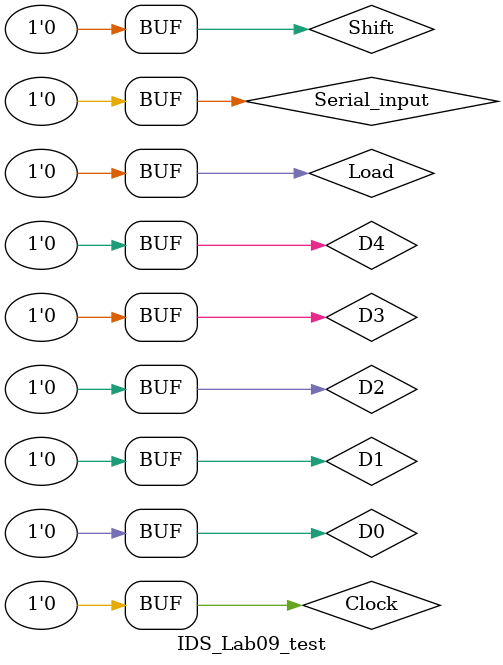
<source format=v>
`timescale 1ns / 1ps


module IDS_Lab09_test;

	// Inputs
	reg Shift;
	reg Load;
	reg Serial_input;
	reg Clock;
	reg D0;
	reg D1;
	reg D2;
	reg D3;
	reg D4;

	// Bidirs
	wire out0;
	wire out1;
	wire out2;
	wire out3;
	wire out4;

	// Instantiate the Unit Under Test (UUT)
	IDS_Lab09 uut (
		.Shift(Shift), 
		.Load(Load), 
		.Serial_input(Serial_input), 
		.Clock(Clock), 
		.D0(D0), 
		.D1(D1), 
		.D2(D2), 
		.D3(D3), 
		.D4(D4), 
		.out0(out0), 
		.out1(out1), 
		.out2(out2), 
		.out3(out3), 
		.out4(out4)
	);

	initial begin
		// Initialize Inputs
		Shift = 0;
		Load = 0;
		Serial_input = 0;
		Clock = 0;
		D0 = 0;
		D1 = 0;
		D2 = 0;
		D3 = 0;
		D4 = 0;

		// Wait 100 ns for global reset to finish
		#100;
        
		// Add stimulus here

	end
      
endmodule


</source>
